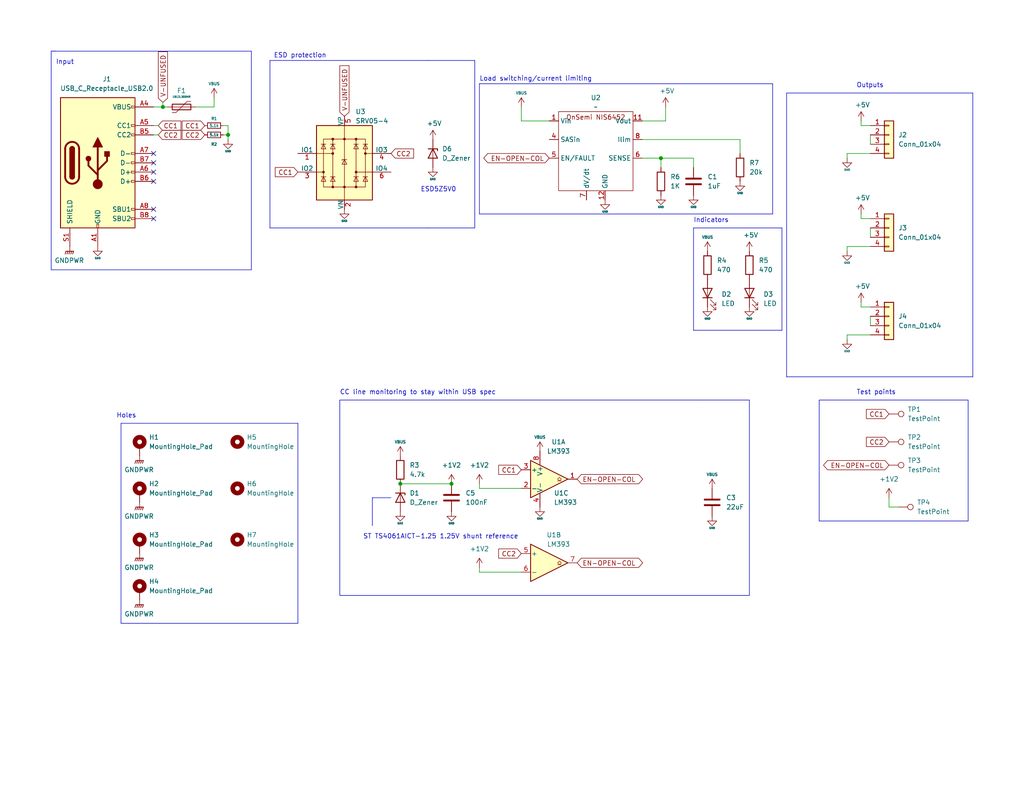
<source format=kicad_sch>
(kicad_sch (version 20231120) (generator "eeschema") (generator_version "8.0")
  (paper "A")
  (lib_symbols
    (symbol "Comparator:LM393" (pin_names (offset 0.127))
      (property "Reference" "U" (at 3.81 3.81 0))
      (property "Value" "LM393" (at 6.35 -3.81 0))
      (symbol "LM393_1_1"
        (polyline (pts (xy -5.08 5.08) (xy 5.08 0) (xy -5.08 -5.08) (xy -5.08 5.08)) (stroke (width 0.254)) (fill (type background)))
        (polyline (pts (xy 3.302 -0.508) (xy 2.794 -0.508) (xy 3.302 0) (xy 2.794 0.508) (xy 2.286 0) (xy 2.794 -0.508) (xy 2.286 -0.508)) (stroke (width 0.127)))
        (pin open_collector line (at 7.62 0 180) (length 2.54) (name "~") (number "1"))
        (pin input line (at -7.62 -2.54 0) (length 2.54) (name "-") (number "2"))
        (pin input line (at -7.62 2.54 0) (length 2.54) (name "+") (number "3"))
      )
      (symbol "LM393_2_1"
        (polyline (pts (xy -5.08 5.08) (xy 5.08 0) (xy -5.08 -5.08) (xy -5.08 5.08)) (stroke (width 0.254)) (fill (type background)))
        (polyline (pts (xy 3.302 -0.508) (xy 2.794 -0.508) (xy 3.302 0) (xy 2.794 0.508) (xy 2.286 0) (xy 2.794 -0.508) (xy 2.286 -0.508)) (stroke (width 0.127)))
        (pin input line (at -7.62 2.54 0) (length 2.54) (name "+") (number "5"))
        (pin input line (at -7.62 -2.54 0) (length 2.54) (name "-") (number "6"))
        (pin open_collector line (at 7.62 0 180) (length 2.54) (name "~") (number "7"))
      )
      (symbol "LM393_3_1"
        (pin power_in line (at -2.54 -7.62 90) (length 3.81) (name "V-") (number "4"))
        (pin power_in line (at -2.54 7.62 270) (length 3.81) (name "V+") (number "8"))
      )
    )
    (symbol "Connector:TestPoint" (pin_numbers hide) (pin_names (offset 0.762) hide)
      (property "Reference" "TP" (at 0 6.858 0))
      (property "Value" "TestPoint" (at 0 5.08 0))
      (symbol "TestPoint_0_1"
        (circle (center 0 3.302) (radius 0.762))
      )
      (symbol "TestPoint_1_1"
        (pin passive line (at 0 0 90) (length 2.54) (name "1") (number "1"))
      )
    )
    (symbol "Connector:USB_C_Receptacle_USB2.0" (pin_names (offset 1.016))
      (property "Reference" "J" (at -10.16 19.05 0))
      (property "Value" "USB_C_Receptacle_USB2.0" (at 19.05 19.05 0))
      (symbol "USB_C_Receptacle_USB2.0_0_0"
        (rectangle (start -0.254 -17.78) (end 0.254 -16.764))
        (rectangle (start 10.16 -14.986) (end 9.144 -15.494))
        (rectangle (start 10.16 -12.446) (end 9.144 -12.954))
        (rectangle (start 10.16 -4.826) (end 9.144 -5.334))
        (rectangle (start 10.16 -2.286) (end 9.144 -2.794))
        (rectangle (start 10.16 0.254) (end 9.144 -0.254))
        (rectangle (start 10.16 2.794) (end 9.144 2.286))
        (rectangle (start 10.16 7.874) (end 9.144 7.366))
        (rectangle (start 10.16 10.414) (end 9.144 9.906))
        (rectangle (start 10.16 15.494) (end 9.144 14.986))
      )
      (symbol "USB_C_Receptacle_USB2.0_0_1"
        (rectangle (start -10.16 17.78) (end 10.16 -17.78) (stroke (width 0.254)) (fill (type background)))
        (arc (start -8.89 -3.81) (mid -6.985 -5.7067) (end -5.08 -3.81) (stroke (width 0.508)))
        (arc (start -7.62 -3.81) (mid -6.985 -4.4423) (end -6.35 -3.81) (stroke (width 0.254)))
        (arc (start -7.62 -3.81) (mid -6.985 -4.4423) (end -6.35 -3.81) (stroke (width 0.254)) (fill (type outline)))
        (rectangle (start -7.62 -3.81) (end -6.35 3.81) (stroke (width 0.254)) (fill (type outline)))
        (arc (start -6.35 3.81) (mid -6.985 4.4423) (end -7.62 3.81) (stroke (width 0.254)))
        (arc (start -6.35 3.81) (mid -6.985 4.4423) (end -7.62 3.81) (stroke (width 0.254)) (fill (type outline)))
        (arc (start -5.08 3.81) (mid -6.985 5.7067) (end -8.89 3.81) (stroke (width 0.508)))
        (circle (center -2.54 1.143) (radius 0.635) (stroke (width 0.254)) (fill (type outline)))
        (circle (center 0 -5.842) (radius 1.27) (fill (type outline)))
        (polyline (pts (xy -8.89 -3.81) (xy -8.89 3.81)) (stroke (width 0.508)))
        (polyline (pts (xy -5.08 3.81) (xy -5.08 -3.81)) (stroke (width 0.508)))
        (polyline (pts (xy 0 -5.842) (xy 0 4.318)) (stroke (width 0.508)))
        (polyline (pts (xy 0 -3.302) (xy -2.54 -0.762) (xy -2.54 0.508)) (stroke (width 0.508)))
        (polyline (pts (xy 0 -2.032) (xy 2.54 0.508) (xy 2.54 1.778)) (stroke (width 0.508)))
        (polyline (pts (xy -1.27 4.318) (xy 0 6.858) (xy 1.27 4.318) (xy -1.27 4.318)) (stroke (width 0.254)) (fill (type outline)))
        (rectangle (start 1.905 1.778) (end 3.175 3.048) (stroke (width 0.254)) (fill (type outline)))
      )
      (symbol "USB_C_Receptacle_USB2.0_1_1"
        (pin passive line (at 0 -22.86 90) (length 5.08) (name "GND") (number "A1"))
        (pin passive line (at 0 -22.86 90) (length 5.08) hide (name "GND") (number "A12"))
        (pin passive line (at 15.24 15.24 180) (length 5.08) (name "VBUS") (number "A4"))
        (pin bidirectional line (at 15.24 10.16 180) (length 5.08) (name "CC1") (number "A5"))
        (pin bidirectional line (at 15.24 -2.54 180) (length 5.08) (name "D+") (number "A6"))
        (pin bidirectional line (at 15.24 2.54 180) (length 5.08) (name "D-") (number "A7"))
        (pin bidirectional line (at 15.24 -12.7 180) (length 5.08) (name "SBU1") (number "A8"))
        (pin passive line (at 15.24 15.24 180) (length 5.08) hide (name "VBUS") (number "A9"))
        (pin passive line (at 0 -22.86 90) (length 5.08) hide (name "GND") (number "B1"))
        (pin passive line (at 0 -22.86 90) (length 5.08) hide (name "GND") (number "B12"))
        (pin passive line (at 15.24 15.24 180) (length 5.08) hide (name "VBUS") (number "B4"))
        (pin bidirectional line (at 15.24 7.62 180) (length 5.08) (name "CC2") (number "B5"))
        (pin bidirectional line (at 15.24 -5.08 180) (length 5.08) (name "D+") (number "B6"))
        (pin bidirectional line (at 15.24 0 180) (length 5.08) (name "D-") (number "B7"))
        (pin bidirectional line (at 15.24 -15.24 180) (length 5.08) (name "SBU2") (number "B8"))
        (pin passive line (at 15.24 15.24 180) (length 5.08) hide (name "VBUS") (number "B9"))
        (pin passive line (at -7.62 -22.86 90) (length 5.08) (name "SHIELD") (number "S1"))
      )
    )
    (symbol "Connector_Generic:Conn_01x04" (pin_names (offset 1.016) hide)
      (property "Reference" "J" (at 0 5.08 0))
      (property "Value" "Conn_01x04" (at 0 -7.62 0))
      (symbol "Conn_01x04_1_1"
        (rectangle (start -1.27 -4.953) (end 0 -5.207) (stroke (width 0.1524)))
        (rectangle (start -1.27 -2.413) (end 0 -2.667) (stroke (width 0.1524)))
        (rectangle (start -1.27 0.127) (end 0 -0.127) (stroke (width 0.1524)))
        (rectangle (start -1.27 2.667) (end 0 2.413) (stroke (width 0.1524)))
        (rectangle (start -1.27 3.81) (end 1.27 -6.35) (stroke (width 0.254)) (fill (type background)))
        (pin passive line (at -5.08 2.54 0) (length 3.81) (name "Pin_1") (number "1"))
        (pin passive line (at -5.08 0 0) (length 3.81) (name "Pin_2") (number "2"))
        (pin passive line (at -5.08 -2.54 0) (length 3.81) (name "Pin_3") (number "3"))
        (pin passive line (at -5.08 -5.08 0) (length 3.81) (name "Pin_4") (number "4"))
      )
    )
    (symbol "Device:C" (pin_numbers hide) (pin_names (offset 0.254))
      (property "Reference" "C" (at 0.635 2.54 0))
      (property "Value" "C" (at 0.635 -2.54 0))
      (symbol "C_0_1"
        (polyline (pts (xy -2.032 -0.762) (xy 2.032 -0.762)) (stroke (width 0.508)))
        (polyline (pts (xy -2.032 0.762) (xy 2.032 0.762)) (stroke (width 0.508)))
      )
      (symbol "C_1_1"
        (pin passive line (at 0 3.81 270) (length 2.794) (name "~") (number "1"))
        (pin passive line (at 0 -3.81 90) (length 2.794) (name "~") (number "2"))
      )
    )
    (symbol "Device:D_Zener" (pin_numbers hide) (pin_names (offset 1.016) hide)
      (property "Reference" "D" (at 0 2.54 0))
      (property "Value" "D_Zener" (at 0 -2.54 0))
      (symbol "D_Zener_0_1"
        (polyline (pts (xy 1.27 0) (xy -1.27 0)))
        (polyline (pts (xy -1.27 -1.27) (xy -1.27 1.27) (xy -0.762 1.27)) (stroke (width 0.254)))
        (polyline (pts (xy 1.27 -1.27) (xy 1.27 1.27) (xy -1.27 0) (xy 1.27 -1.27)) (stroke (width 0.254)))
      )
      (symbol "D_Zener_1_1"
        (pin passive line (at -3.81 0 0) (length 2.54) (name "K") (number "1"))
        (pin passive line (at 3.81 0 180) (length 2.54) (name "A") (number "2"))
      )
    )
    (symbol "Device:LED" (pin_numbers hide) (pin_names (offset 1.016) hide)
      (property "Reference" "D" (at 0 2.54 0))
      (property "Value" "LED" (at 0 -2.54 0))
      (symbol "LED_0_1"
        (polyline (pts (xy -1.27 -1.27) (xy -1.27 1.27)) (stroke (width 0.254)))
        (polyline (pts (xy -1.27 0) (xy 1.27 0)))
        (polyline (pts (xy 1.27 -1.27) (xy 1.27 1.27) (xy -1.27 0) (xy 1.27 -1.27)) (stroke (width 0.254)))
        (polyline (pts (xy -3.048 -0.762) (xy -4.572 -2.286) (xy -3.81 -2.286) (xy -4.572 -2.286) (xy -4.572 -1.524)))
        (polyline (pts (xy -1.778 -0.762) (xy -3.302 -2.286) (xy -2.54 -2.286) (xy -3.302 -2.286) (xy -3.302 -1.524)))
      )
      (symbol "LED_1_1"
        (pin passive line (at -3.81 0 0) (length 2.54) (name "K") (number "1"))
        (pin passive line (at 3.81 0 180) (length 2.54) (name "A") (number "2"))
      )
    )
    (symbol "Device:Polyfuse" (pin_numbers hide) (pin_names (offset 0))
      (property "Reference" "F" (at -2.54 0 90))
      (property "Value" "Polyfuse" (at 2.54 0 90))
      (symbol "Polyfuse_0_1"
        (rectangle (start -0.762 2.54) (end 0.762 -2.54) (stroke (width 0.254)))
        (polyline (pts (xy 0 2.54) (xy 0 -2.54)))
        (polyline (pts (xy -1.524 2.54) (xy -1.524 1.524) (xy 1.524 -1.524) (xy 1.524 -2.54)))
      )
      (symbol "Polyfuse_1_1"
        (pin passive line (at 0 3.81 270) (length 1.27) (name "~") (number "1"))
        (pin passive line (at 0 -3.81 90) (length 1.27) (name "~") (number "2"))
      )
    )
    (symbol "Device:R" (pin_numbers hide) (pin_names (offset 0))
      (property "Reference" "R" (at 2.032 0 90))
      (property "Value" "R" (at 0 0 90))
      (symbol "R_0_1"
        (rectangle (start -1.016 -2.54) (end 1.016 2.54) (stroke (width 0.254)))
      )
      (symbol "R_1_1"
        (pin passive line (at 0 3.81 270) (length 1.27) (name "~") (number "1"))
        (pin passive line (at 0 -3.81 90) (length 1.27) (name "~") (number "2"))
      )
    )
    (symbol "Device:R_Small" (pin_numbers hide) (pin_names (offset 0.254) hide)
      (property "Reference" "R" (at 0.762 0.508 0))
      (property "Value" "R_Small" (at 0.762 -1.016 0))
      (symbol "R_Small_0_1"
        (rectangle (start -0.762 1.778) (end 0.762 -1.778) (stroke (width 0.2032)))
      )
      (symbol "R_Small_1_1"
        (pin passive line (at 0 2.54 270) (length 0.762) (name "~") (number "1"))
        (pin passive line (at 0 -2.54 90) (length 0.762) (name "~") (number "2"))
      )
    )
    (symbol "Mechanical:MountingHole" (pin_names (offset 1.016))
      (property "Reference" "H" (at 0 5.08 0))
      (property "Value" "MountingHole" (at 0 3.175 0))
      (symbol "MountingHole_0_1"
        (circle (center 0 0) (radius 1.27) (stroke (width 1.27)))
      )
    )
    (symbol "Mechanical:MountingHole_Pad" (pin_numbers hide) (pin_names (offset 1.016) hide)
      (property "Reference" "H" (at 0 6.35 0))
      (property "Value" "MountingHole_Pad" (at 0 4.445 0))
      (symbol "MountingHole_Pad_0_1"
        (circle (center 0 1.27) (radius 1.27) (stroke (width 1.27)))
      )
      (symbol "MountingHole_Pad_1_1"
        (pin input line (at 0 -2.54 90) (length 2.54) (name "1") (number "1"))
      )
    )
    (symbol "Power_Protection:SRV05-4" (pin_names (offset 0))
      (property "Reference" "U" (at -5.08 11.43 0))
      (property "Value" "SRV05-4" (at 2.54 11.43 0))
      (symbol "SRV05-4_0_0"
        (rectangle (start -5.715 6.477) (end 5.715 -6.604))
        (polyline (pts (xy -3.175 -6.604) (xy -3.175 6.477)))
        (polyline (pts (xy 3.175 6.477) (xy 3.175 -6.604)))
      )
      (symbol "SRV05-4_0_1"
        (rectangle (start -7.62 10.16) (end 7.62 -10.16) (stroke (width 0.254)) (fill (type background)))
        (circle (center -5.715 -2.54) (radius 0.2794) (fill (type outline)))
        (circle (center -3.175 -6.604) (radius 0.2794) (fill (type outline)))
        (circle (center -3.175 2.54) (radius 0.2794) (fill (type outline)))
        (circle (center -3.175 6.477) (radius 0.2794) (fill (type outline)))
        (circle (center 0 -6.604) (radius 0.2794) (fill (type outline)))
        (polyline (pts (xy -7.747 2.54) (xy -3.175 2.54)))
        (polyline (pts (xy -7.62 -2.54) (xy -5.715 -2.54)))
        (polyline (pts (xy -5.08 -3.81) (xy -6.35 -3.81)))
        (polyline (pts (xy -5.08 5.08) (xy -6.35 5.08)))
        (polyline (pts (xy -2.54 -3.81) (xy -3.81 -3.81)))
        (polyline (pts (xy -2.54 5.08) (xy -3.81 5.08)))
        (polyline (pts (xy 0 10.16) (xy 0 -10.16)))
        (polyline (pts (xy 3.81 -3.81) (xy 2.54 -3.81)))
        (polyline (pts (xy 3.81 5.08) (xy 2.54 5.08)))
        (polyline (pts (xy 6.35 -3.81) (xy 5.08 -3.81)))
        (polyline (pts (xy 6.35 5.08) (xy 5.08 5.08)))
        (polyline (pts (xy 7.62 -2.54) (xy 3.175 -2.54)))
        (polyline (pts (xy 7.62 2.54) (xy 5.715 2.54)))
        (polyline (pts (xy 0.635 0.889) (xy -0.635 0.889) (xy -0.635 0.635)))
        (polyline (pts (xy -5.08 -5.08) (xy -6.35 -5.08) (xy -5.715 -3.81) (xy -5.08 -5.08)))
        (polyline (pts (xy -5.08 3.81) (xy -6.35 3.81) (xy -5.715 5.08) (xy -5.08 3.81)))
        (polyline (pts (xy -2.54 -5.08) (xy -3.81 -5.08) (xy -3.175 -3.81) (xy -2.54 -5.08)))
        (polyline (pts (xy -2.54 3.81) (xy -3.81 3.81) (xy -3.175 5.08) (xy -2.54 3.81)))
        (polyline (pts (xy 0.635 -0.381) (xy -0.635 -0.381) (xy 0 0.889) (xy 0.635 -0.381)))
        (polyline (pts (xy 3.81 -5.08) (xy 2.54 -5.08) (xy 3.175 -3.81) (xy 3.81 -5.08)))
        (polyline (pts (xy 3.81 3.81) (xy 2.54 3.81) (xy 3.175 5.08) (xy 3.81 3.81)))
        (polyline (pts (xy 6.35 -5.08) (xy 5.08 -5.08) (xy 5.715 -3.81) (xy 6.35 -5.08)))
        (polyline (pts (xy 6.35 3.81) (xy 5.08 3.81) (xy 5.715 5.08) (xy 6.35 3.81)))
        (circle (center 0 6.477) (radius 0.2794) (fill (type outline)))
        (circle (center 3.175 -6.604) (radius 0.2794) (fill (type outline)))
        (circle (center 3.175 -2.54) (radius 0.2794) (fill (type outline)))
        (circle (center 3.175 6.477) (radius 0.2794) (fill (type outline)))
        (circle (center 5.715 2.54) (radius 0.2794) (fill (type outline)))
      )
      (symbol "SRV05-4_1_1"
        (pin passive line (at -12.7 2.54 0) (length 5.08) (name "IO1") (number "1"))
        (pin passive line (at 0 -12.7 90) (length 2.54) (name "VN") (number "2"))
        (pin passive line (at -12.7 -2.54 0) (length 5.08) (name "IO2") (number "3"))
        (pin passive line (at 12.7 2.54 180) (length 5.08) (name "IO3") (number "4"))
        (pin passive line (at 0 12.7 270) (length 2.54) (name "VP") (number "5"))
        (pin passive line (at 12.7 -2.54 180) (length 5.08) (name "IO4") (number "6"))
      )
    )
    (symbol "USB-C-3-way-splitter-library:OnSemi-NIS6452"
      (property "Reference" "U" (at -3.81 10.668 0))
      (symbol "OnSemi-NIS6452_0_1"
        (rectangle (start -10.16 8.89) (end 10.16 -12.7))
      )
      (symbol "OnSemi-NIS6452_1_1"
        (text "OnSemi NIS6452" (at 0 7.366 0) (effects (font (size 1.27 1.27))))
        (pin input line (at -12.7 6.35 0) (length 2.54) (name "Vin") (number "1"))
        (pin output line (at 12.7 6.35 180) (length 2.54) hide (name "Vout") (number "10"))
        (pin output line (at 12.7 6.35 180) (length 2.54) (name "Vout") (number "11"))
        (pin power_in line (at 2.54 -15.24 90) (length 2.54) (name "GND") (number "12"))
        (pin power_in line (at 2.54 -15.24 90) (length 2.54) hide (name "GND") (number "13"))
        (pin input line (at -12.7 6.35 0) (length 2.54) hide (name "Vin") (number "2"))
        (pin input line (at -12.7 6.35 0) (length 2.54) hide (name "Vin") (number "3"))
        (pin input line (at -12.7 1.27 0) (length 2.54) (name "SASin") (number "4"))
        (pin input line (at -12.7 -3.81 0) (length 2.54) (name "EN/FAULT") (number "5"))
        (pin input line (at 12.7 -3.81 180) (length 2.54) (name "SENSE") (number "6"))
        (pin input line (at -2.54 -15.24 90) (length 2.54) (name "dV/dt") (number "7"))
        (pin input line (at 12.7 1.27 180) (length 2.54) (name "Ilim") (number "8"))
        (pin output line (at 12.7 6.35 180) (length 2.54) hide (name "Vout") (number "9"))
      )
    )
    (symbol "power:+1V2" (power) (pin_names (offset 0))
      (property "Value" "+1V2" (at 0 3.556 0))
      (symbol "+1V2_0_1"
        (polyline (pts (xy -0.762 1.27) (xy 0 2.54)))
        (polyline (pts (xy 0 0) (xy 0 2.54)))
        (polyline (pts (xy 0 2.54) (xy 0.762 1.27)))
      )
      (symbol "+1V2_1_1"
        (pin power_in line (at 0 0 90) (length 0) hide (name "+1V2") (number "1"))
      )
    )
    (symbol "power:+5V" (power) (pin_names (offset 0))
      (property "Value" "+5V" (at 0 3.556 0))
      (symbol "+5V_0_1"
        (polyline (pts (xy -0.762 1.27) (xy 0 2.54)))
        (polyline (pts (xy 0 0) (xy 0 2.54)))
        (polyline (pts (xy 0 2.54) (xy 0.762 1.27)))
      )
      (symbol "+5V_1_1"
        (pin power_in line (at 0 0 90) (length 0) hide (name "+5V") (number "1"))
      )
    )
    (symbol "power:GND" (power) (pin_names (offset 0))
      (property "Value" "GND" (at 0 -3.81 0))
      (symbol "GND_0_1"
        (polyline (pts (xy 0 0) (xy 0 -1.27) (xy 1.27 -1.27) (xy 0 -2.54) (xy -1.27 -1.27) (xy 0 -1.27)))
      )
      (symbol "GND_1_1"
        (pin power_in line (at 0 0 270) (length 0) hide (name "GND") (number "1"))
      )
    )
    (symbol "power:GNDPWR" (power) (pin_names (offset 0))
      (property "Value" "GNDPWR" (at 0 -3.302 0))
      (symbol "GNDPWR_0_1"
        (polyline (pts (xy 0 -1.27) (xy 0 0)))
        (polyline (pts (xy -1.016 -1.27) (xy -1.27 -2.032) (xy -1.27 -2.032)) (stroke (width 0.2032)))
        (polyline (pts (xy -0.508 -1.27) (xy -0.762 -2.032) (xy -0.762 -2.032)) (stroke (width 0.2032)))
        (polyline (pts (xy 0 -1.27) (xy -0.254 -2.032) (xy -0.254 -2.032)) (stroke (width 0.2032)))
        (polyline (pts (xy 0.508 -1.27) (xy 0.254 -2.032) (xy 0.254 -2.032)) (stroke (width 0.2032)))
        (polyline (pts (xy 1.016 -1.27) (xy -1.016 -1.27) (xy -1.016 -1.27)) (stroke (width 0.2032)))
        (polyline (pts (xy 1.016 -1.27) (xy 0.762 -2.032) (xy 0.762 -2.032) (xy 0.762 -2.032)) (stroke (width 0.2032)))
      )
      (symbol "GNDPWR_1_1"
        (pin power_in line (at 0 0 270) (length 0) hide (name "GNDPWR") (number "1"))
      )
    )
    (symbol "power:VBUS" (power) (pin_names (offset 0))
      (property "Value" "VBUS" (at 0 3.81 0))
      (symbol "VBUS_0_1"
        (polyline (pts (xy -0.762 1.27) (xy 0 2.54)))
        (polyline (pts (xy 0 0) (xy 0 2.54)))
        (polyline (pts (xy 0 2.54) (xy 0.762 1.27)))
      )
      (symbol "VBUS_1_1"
        (pin power_in line (at 0 0 90) (length 0) hide (name "VBUS") (number "1"))
      )
    )
  )
  (junction (at 62.23 36.83))
  (junction (at 123.19 132.08))
  (junction (at 109.22 132.08))
  (junction (at 180.34 43.18))
  (junction (at 44.45 29.21))
  (no_connect (at 41.91 44.45))
  (no_connect (at 41.91 41.91))
  (no_connect (at 41.91 49.53))
  (no_connect (at 41.91 46.99))
  (no_connect (at 41.91 59.69))
  (no_connect (at 41.91 57.15))
  (wire (pts (xy 237.49 36.83) (xy 237.49 39.37)))
  (polyline (pts (xy 214.63 25.4) (xy 214.63 102.87)))
  (polyline (pts (xy 33.02 115.57) (xy 81.28 115.57)))
  (polyline (pts (xy 214.63 25.4) (xy 265.43 25.4)))
  (polyline (pts (xy 204.47 109.22) (xy 204.47 162.56)))
  (polyline (pts (xy 92.71 109.22) (xy 191.77 109.22)))
  (polyline (pts (xy 101.6 135.89) (xy 106.68 135.89)))
  (polyline (pts (xy 213.36 62.23) (xy 213.36 90.17)))
  (wire (pts (xy 142.24 133.35) (xy 130.81 133.35)))
  (polyline (pts (xy 130.81 22.86) (xy 130.81 58.42)))
  (polyline (pts (xy 68.58 13.97) (xy 68.58 19.05)))
  (polyline (pts (xy 116.84 16.51) (xy 129.54 16.51)))
  (polyline (pts (xy 210.82 58.42) (xy 130.81 58.42)))
  (polyline (pts (xy 73.66 16.51) (xy 73.66 62.23)))
  (polyline (pts (xy 33.02 170.18) (xy 81.28 170.18)))
  (polyline (pts (xy 13.97 13.97) (xy 68.58 13.97)))
  (polyline (pts (xy 191.77 109.22) (xy 204.47 109.22)))
  (wire (pts (xy 60.96 34.29) (xy 62.23 34.29)))
  (wire (pts (xy 231.14 91.44) (xy 231.14 92.71)))
  (wire (pts (xy 242.57 138.43) (xy 245.11 138.43)))
  (wire (pts (xy 130.81 133.35) (xy 130.81 132.08)))
  (polyline (pts (xy 210.82 22.86) (xy 210.82 58.42)))
  (polyline (pts (xy 13.97 13.97) (xy 15.24 13.97)))
  (wire (pts (xy 109.22 132.08) (xy 123.19 132.08)))
  (polyline (pts (xy 73.66 16.51) (xy 116.84 16.51)))
  (wire (pts (xy 41.91 34.29) (xy 43.18 34.29)))
  (polyline (pts (xy 223.52 109.22) (xy 264.16 109.22)))
  (wire (pts (xy 181.61 33.02) (xy 181.61 29.21)))
  (polyline (pts (xy 191.77 162.56) (xy 204.47 162.56)))
  (polyline (pts (xy 265.43 25.4) (xy 265.43 102.87)))
  (wire (pts (xy 231.14 91.44) (xy 237.49 91.44)))
  (polyline (pts (xy 101.6 143.51) (xy 101.6 135.89)))
  (polyline (pts (xy 13.97 19.05) (xy 13.97 73.66)))
  (polyline (pts (xy 129.54 62.23) (xy 116.84 62.23)))
  (polyline (pts (xy 68.58 73.66) (xy 13.97 73.66)))
  (wire (pts (xy 231.14 41.91) (xy 231.14 43.18)))
  (wire (pts (xy 142.24 156.21) (xy 130.81 156.21)))
  (polyline (pts (xy 92.71 109.22) (xy 92.71 162.56)))
  (wire (pts (xy 175.26 43.18) (xy 180.34 43.18)))
  (wire (pts (xy 175.26 33.02) (xy 181.61 33.02)))
  (wire (pts (xy 237.49 86.36) (xy 237.49 88.9)))
  (wire (pts (xy 231.14 67.31) (xy 231.14 68.58)))
  (polyline (pts (xy 189.23 62.23) (xy 189.23 90.17)))
  (wire (pts (xy 130.81 156.21) (xy 130.81 154.94)))
  (wire (pts (xy 237.49 59.69) (xy 234.95 59.69)))
  (wire (pts (xy 237.49 83.82) (xy 234.95 83.82)))
  (wire (pts (xy 41.91 29.21) (xy 44.45 29.21)))
  (wire (pts (xy 175.26 38.1) (xy 201.93 38.1)))
  (wire (pts (xy 234.95 83.82) (xy 234.95 82.55)))
  (wire (pts (xy 62.23 34.29) (xy 62.23 36.83)))
  (polyline (pts (xy 189.23 62.23) (xy 213.36 62.23)))
  (wire (pts (xy 58.42 26.67) (xy 58.42 29.21)))
  (wire (pts (xy 60.96 36.83) (xy 62.23 36.83)))
  (wire (pts (xy 201.93 38.1) (xy 201.93 41.91)))
  (wire (pts (xy 234.95 59.69) (xy 234.95 58.42)))
  (wire (pts (xy 189.23 45.72) (xy 189.23 43.18)))
  (polyline (pts (xy 191.77 162.56) (xy 92.71 162.56)))
  (polyline (pts (xy 73.66 62.23) (xy 116.84 62.23)))
  (wire (pts (xy 142.24 33.02) (xy 142.24 29.21)))
  (wire (pts (xy 44.45 27.94) (xy 44.45 29.21)))
  (wire (pts (xy 44.45 29.21) (xy 45.72 29.21)))
  (wire (pts (xy 231.14 67.31) (xy 237.49 67.31)))
  (polyline (pts (xy 223.52 109.22) (xy 223.52 142.24)))
  (wire (pts (xy 149.86 33.02) (xy 142.24 33.02)))
  (wire (pts (xy 41.91 36.83) (xy 43.18 36.83)))
  (polyline (pts (xy 13.97 19.05) (xy 13.97 13.97)))
  (wire (pts (xy 180.34 43.18) (xy 180.34 45.72)))
  (polyline (pts (xy 129.54 16.51) (xy 129.54 62.23)))
  (polyline (pts (xy 264.16 142.24) (xy 223.52 142.24)))
  (polyline (pts (xy 265.43 102.87) (xy 214.63 102.87)))
  (wire (pts (xy 242.57 135.89) (xy 242.57 138.43)))
  (polyline (pts (xy 68.58 19.05) (xy 68.58 73.66)))
  (wire (pts (xy 234.95 34.29) (xy 234.95 33.02)))
  (polyline (pts (xy 81.28 170.18) (xy 81.28 115.57)))
  (polyline (pts (xy 33.02 115.57) (xy 33.02 170.18)))
  (wire (pts (xy 237.49 34.29) (xy 234.95 34.29)))
  (wire (pts (xy 231.14 41.91) (xy 237.49 41.91)))
  (wire (pts (xy 58.42 29.21) (xy 53.34 29.21)))
  (wire (pts (xy 237.49 62.23) (xy 237.49 64.77)))
  (wire (pts (xy 189.23 43.18) (xy 180.34 43.18)))
  (polyline (pts (xy 130.81 22.86) (xy 210.82 22.86)))
  (wire (pts (xy 62.23 36.83) (xy 62.23 38.1)))
  (polyline (pts (xy 264.16 109.22) (xy 264.16 142.24)))
  (polyline (pts (xy 213.36 90.17) (xy 189.23 90.17)))
  (text "ESD protection" (at 74.676 16.002 0) (effects (font (size 1.27 1.27)) (justify left bottom)))
  (text "ST TS4061AICT-1.25 1.25V shunt reference" (at 99.06 147.32 0) (effects (font (size 1.27 1.27)) (justify left bottom)))
  (text "Input" (at 15.24 17.78 0) (effects (font (size 1.27 1.27)) (justify left bottom)))
  (text "CC line monitoring to stay within USB spec" (at 92.71 107.95 0) (effects (font (size 1.27 1.27)) (justify left bottom)))
  (text "Indicators" (at 189.23 60.96 0) (effects (font (size 1.27 1.27)) (justify left bottom)))
  (text "ESD5Z5V0" (at 119.634 51.816 0) (effects (font (size 1.27 1.27))))
  (text "Outputs" (at 233.68 24.13 0) (effects (font (size 1.27 1.27)) (justify left bottom)))
  (text "Load switching/current limiting" (at 130.81 22.352 0) (effects (font (size 1.27 1.27)) (justify left bottom)))
  (text "Test points" (at 233.68 107.95 0) (effects (font (size 1.27 1.27)) (justify left bottom)))
  (text "Holes" (at 31.75 114.3 0) (effects (font (size 1.27 1.27)) (justify left bottom)))
  (global_label "V-UNFUSED" (shape input) (at 44.45 27.94 90) (property "Intersheetrefs" "${INTERSHEET_REFS}" (effects (hide yes))))
  (global_label "EN-OPEN-COL" (shape bidirectional) (at 149.86 43.18 180) (property "Intersheetrefs" "${INTERSHEET_REFS}" (effects (hide yes))))
  (global_label "CC1" (shape input) (at 81.28 46.99 180) (property "Intersheetrefs" "${INTERSHEET_REFS}" (effects (hide yes))))
  (global_label "EN-OPEN-COL" (shape bidirectional) (at 157.48 130.81 0) (property "Intersheetrefs" "${INTERSHEET_REFS}" (effects (hide yes))))
  (global_label "CC2" (shape input) (at 43.18 36.83 0) (property "Intersheetrefs" "${INTERSHEET_REFS}" (effects (hide yes))))
  (global_label "CC1" (shape input) (at 43.18 34.29 0) (property "Intersheetrefs" "${INTERSHEET_REFS}" (effects (hide yes))))
  (global_label "CC2" (shape input) (at 142.24 151.13 180) (property "Intersheetrefs" "${INTERSHEET_REFS}" (effects (hide yes))))
  (global_label "CC1" (shape input) (at 242.57 113.03 180) (property "Intersheetrefs" "${INTERSHEET_REFS}" (effects (hide yes))))
  (global_label "CC2" (shape input) (at 55.88 36.83 180) (property "Intersheetrefs" "${INTERSHEET_REFS}" (effects (hide yes))))
  (global_label "EN-OPEN-COL" (shape bidirectional) (at 157.48 153.67 0) (property "Intersheetrefs" "${INTERSHEET_REFS}" (effects (hide yes))))
  (global_label "EN-OPEN-COL" (shape bidirectional) (at 242.57 127 180) (property "Intersheetrefs" "${INTERSHEET_REFS}" (effects (hide yes))))
  (global_label "CC2" (shape input) (at 106.68 41.91 0) (property "Intersheetrefs" "${INTERSHEET_REFS}" (effects (hide yes))))
  (global_label "CC2" (shape input) (at 242.57 120.65 180) (property "Intersheetrefs" "${INTERSHEET_REFS}" (effects (hide yes))))
  (global_label "CC1" (shape input) (at 142.24 128.27 180) (property "Intersheetrefs" "${INTERSHEET_REFS}" (effects (hide yes))))
  (global_label "CC1" (shape input) (at 55.88 34.29 180) (property "Intersheetrefs" "${INTERSHEET_REFS}" (effects (hide yes))))
  (global_label "V-UNFUSED" (shape input) (at 93.98 31.75 90) (property "Intersheetrefs" "${INTERSHEET_REFS}" (effects (hide yes))))
  (symbol (lib_id "Connector:TestPoint") (at 245.11 138.43 270) (unit 1)
    (property "Reference" "TP4" (at 250.19 137.16 90) (effects (justify left)))
    (property "Value" "TestPoint" (at 250.19 139.7 90) (effects (justify left)))
    (property "Footprint" "TestPoint:TestPoint_Pad_D2.5mm" (effects (hide yes)))
  )
  (symbol (lib_id "Mechanical:MountingHole_Pad") (at 38.1 161.29 0) (unit 1)
    (property "Reference" "H4" (at 40.64 158.75 0) (effects (justify left)))
    (property "Value" "MountingHole_Pad" (at 40.64 161.29 0) (effects (justify left)))
    (property "Footprint" "MountingHole:MountingHole_3.2mm_M3_ISO7380_Pad" (effects (hide yes)))
  )
  (symbol (lib_id "power:+5V") (at 234.95 33.02 0) (unit 1)
    (property "Reference" "#PWR08" (effects (hide yes)))
    (property "Value" "+5V" (at 235.331 28.6258 0))
  )
  (symbol (lib_id "power:GNDPWR") (at 38.1 163.83 0) (unit 1)
    (property "Reference" "#PWR032" (effects (hide yes)))
    (property "Value" "GNDPWR" (at 37.973 167.64 0))
  )
  (symbol (lib_id "power:GND") (at 93.98 57.15 0) (unit 1)
    (property "Reference" "#PWR06" (effects (hide yes)))
    (property "Value" "GND" (at 93.98 60.325 0) (effects (font (size 0.508 0.508))))
  )
  (symbol (lib_id "Comparator:LM393") (at 149.86 130.81 0) (unit 3)
    (property "Reference" "U1" (at 151.13 134.62 0) (effects (justify left)))
    (property "Value" "LM393" (at 151.13 137.16 0) (effects (justify left)))
    (property "Footprint" "Package_SO:SOIC-8_3.9x4.9mm_P1.27mm" (effects (hide yes)))
    (property "Datasheet" "http://www.ti.com/lit/ds/symlink/lm393.pdf" (effects (hide yes)))
  )
  (symbol (lib_id "power:GND") (at 62.23 38.1 0) (unit 1)
    (property "Reference" "#PWR060" (effects (hide yes)))
    (property "Value" "GND" (at 62.23 41.275 0) (effects (font (size 0.508 0.508))))
  )
  (symbol (lib_id "power:VBUS") (at 142.24 29.21 0) (unit 1)
    (property "Reference" "#PWR05" (effects (hide yes)))
    (property "Value" "VBUS" (at 142.24 25.4 0) (effects (font (size 0.762 0.762))))
  )
  (symbol (lib_id "power:+1V2") (at 130.81 132.08 0) (unit 1)
    (property "Reference" "#PWR023" (effects (hide yes)))
    (property "Value" "+1V2" (at 130.81 127 0))
  )
  (symbol (lib_id "Power_Protection:SRV05-4") (at 93.98 44.45 0) (unit 1)
    (property "Reference" "U3" (at 96.9965 30.48 0) (effects (justify left)))
    (property "Value" "SRV05-4" (at 96.9965 33.02 0) (effects (justify left)))
    (property "Footprint" "Package_TO_SOT_SMD:SOT-23-6" (effects (hide yes)))
    (property "Datasheet" "http://www.onsemi.com/pub/Collateral/SRV05-4-D.PDF" (effects (hide yes)))
    (property "Description" "ESD Protection Diodes with Low Clamping Voltage, SOT-23-6" (effects (hide yes)))
  )
  (symbol (lib_id "power:GND") (at 26.67 67.31 0) (unit 1)
    (property "Reference" "#PWR034" (effects (hide yes)))
    (property "Value" "GND" (at 26.67 70.485 0) (effects (font (size 0.508 0.508))))
  )
  (symbol (lib_id "power:+5V") (at 234.95 82.55 0) (unit 1)
    (property "Reference" "#PWR027" (effects (hide yes)))
    (property "Value" "+5V" (at 235.331 78.1558 0))
  )
  (symbol (lib_id "Device:C") (at 189.23 49.53 0) (unit 1)
    (property "Reference" "C1" (at 193.04 48.26 0) (effects (justify left)))
    (property "Value" "1uF" (at 193.04 50.8 0) (effects (justify left)))
    (property "Footprint" "Capacitor_SMD:C_0805_2012Metric_Pad1.18x1.45mm_HandSolder" (effects (hide yes)))
  )
  (symbol (lib_id "power:+1V2") (at 242.57 135.89 0) (unit 1)
    (property "Reference" "#PWR040" (effects (hide yes)))
    (property "Value" "+1V2" (at 242.57 130.81 0))
  )
  (symbol (lib_id "power:VBUS") (at 194.31 133.35 0) (unit 1)
    (property "Reference" "#PWR033" (effects (hide yes)))
    (property "Value" "VBUS" (at 194.31 129.54 0) (effects (font (size 0.762 0.762))))
  )
  (symbol (lib_id "power:GND") (at 193.04 83.82 0) (unit 1)
    (property "Reference" "#PWR016" (effects (hide yes)))
    (property "Value" "GND" (at 193.04 86.995 0) (effects (font (size 0.508 0.508))))
  )
  (symbol (lib_id "power:+1V2") (at 130.81 154.94 0) (unit 1)
    (property "Reference" "#PWR024" (effects (hide yes)))
    (property "Value" "+1V2" (at 130.81 149.86 0))
  )
  (symbol (lib_id "power:GND") (at 147.32 138.43 0) (unit 1)
    (property "Reference" "#PWR021" (effects (hide yes)))
    (property "Value" "GND" (at 147.32 141.605 0) (effects (font (size 0.508 0.508))))
  )
  (symbol (lib_id "Mechanical:MountingHole") (at 64.77 147.32 0) (unit 1)
    (property "Reference" "H7" (at 67.31 146.05 0) (effects (justify left)))
    (property "Value" "MountingHole" (at 67.31 148.59 0) (effects (justify left)))
    (property "Footprint" "USB-C-3-way-splitter-footprints:JLCPCB-tooling-hole" (effects (hide yes)))
  )
  (symbol (lib_id "Device:R") (at 193.04 72.39 0) (unit 1)
    (property "Reference" "R4" (at 195.58 71.1199 0) (effects (justify left)))
    (property "Value" "470" (at 195.58 73.6599 0) (effects (justify left)))
    (property "Footprint" "Resistor_SMD:R_0805_2012Metric_Pad1.20x1.40mm_HandSolder" (effects (hide yes)))
  )
  (symbol (lib_id "Connector:USB_C_Receptacle_USB2.0") (at 26.67 44.45 0) (unit 1)
    (property "Reference" "J1" (at 29.1465 21.59 0))
    (property "Value" "USB_C_Receptacle_USB2.0" (at 29.1465 24.13 0))
    (property "Footprint" "Connector_USB:USB_C_Receptacle_HRO_TYPE-C-31-M-12" (effects (hide yes)))
    (property "Datasheet" "https://www.usb.org/sites/default/files/documents/usb_type-c.zip" (effects (hide yes)))
    (property "LCSC" "C165948" (effects (hide yes)))
  )
  (symbol (lib_id "power:GND") (at 231.14 92.71 0) (unit 1)
    (property "Reference" "#PWR013" (effects (hide yes)))
    (property "Value" "GND" (at 231.14 95.885 0) (effects (font (size 0.508 0.508))))
  )
  (symbol (lib_id "Connector_Generic:Conn_01x04") (at 242.57 36.83 0) (unit 1)
    (property "Reference" "J2" (at 245.11 36.8299 0) (effects (justify left)))
    (property "Value" "Conn_01x04" (at 245.11 39.3699 0) (effects (justify left)))
    (property "Footprint" "Connector_PinHeader_2.00mm:PinHeader_1x04_P2.00mm_Vertical" (effects (hide yes)))
    (property "Description" "Generic connector, single row, 01x04, script generated (kicad-library-utils/schlib/autogen/connector/)" (effects (hide yes)))
  )
  (symbol (lib_id "power:GND") (at 165.1 54.61 0) (unit 1)
    (property "Reference" "#PWR01" (effects (hide yes)))
    (property "Value" "GND" (at 165.1 57.785 0) (effects (font (size 0.508 0.508))))
  )
  (symbol (lib_id "Device:D_Zener") (at 109.22 135.89 270) (unit 1)
    (property "Reference" "D1" (at 111.76 134.62 90) (effects (justify left)))
    (property "Value" "D_Zener" (at 111.76 137.16 90) (effects (justify left)))
    (property "Footprint" "Package_TO_SOT_SMD:SOT-323_SC-70_Handsoldering" (effects (hide yes)))
  )
  (symbol (lib_id "power:GNDPWR") (at 38.1 137.16 0) (unit 1)
    (property "Reference" "#PWR030" (effects (hide yes)))
    (property "Value" "GNDPWR" (at 37.973 140.97 0))
  )
  (symbol (lib_id "Connector:TestPoint") (at 242.57 127 270) (unit 1)
    (property "Reference" "TP3" (at 247.65 125.73 90) (effects (justify left)))
    (property "Value" "TestPoint" (at 247.65 128.27 90) (effects (justify left)))
    (property "Footprint" "TestPoint:TestPoint_Pad_D2.5mm" (effects (hide yes)))
  )
  (symbol (lib_id "power:GND") (at 194.31 140.97 0) (unit 1)
    (property "Reference" "#PWR035" (effects (hide yes)))
    (property "Value" "GND" (at 194.31 144.145 0) (effects (font (size 0.508 0.508))))
  )
  (symbol (lib_id "Device:Polyfuse") (at 49.53 29.21 90) (unit 1)
    (property "Reference" "F1" (at 49.53 24.765 90))
    (property "Value" "1812L300MR" (at 49.53 26.4414 90) (effects (font (size 0.508 0.508))))
    (property "Footprint" "Fuse:Fuse_1812_4532Metric_Pad1.30x3.40mm_HandSolder" (effects (hide yes)))
    (property "Manufacturer" "Shenzhen JDT Fuse" (effects (hide yes)))
    (property "Manufacturer Part No" "ASMD1206-150" (effects (hide yes)))
    (property "LCSC Part No" "C135342" (effects (hide yes)))
    (property "Package" "F1206" (effects (hide yes)))
  )
  (symbol (lib_id "Connector:TestPoint") (at 242.57 120.65 270) (unit 1)
    (property "Reference" "TP2" (at 247.65 119.38 90) (effects (justify left)))
    (property "Value" "TestPoint" (at 247.65 121.92 90) (effects (justify left)))
    (property "Footprint" "TestPoint:TestPoint_Pad_D2.5mm" (effects (hide yes)))
  )
  (symbol (lib_id "power:GND") (at 189.23 53.34 0) (unit 1)
    (property "Reference" "#PWR025" (effects (hide yes)))
    (property "Value" "GND" (at 189.23 56.515 0) (effects (font (size 0.508 0.508))))
  )
  (symbol (lib_id "power:GNDPWR") (at 38.1 151.13 0) (unit 1)
    (property "Reference" "#PWR031" (effects (hide yes)))
    (property "Value" "GNDPWR" (at 37.973 154.94 0))
  )
  (symbol (lib_id "power:VBUS") (at 58.42 26.67 0) (unit 1)
    (property "Reference" "#PWR045" (effects (hide yes)))
    (property "Value" "VBUS" (at 58.42 22.86 0) (effects (font (size 0.762 0.762))))
  )
  (symbol (lib_id "power:GND") (at 118.11 45.72 0) (unit 1)
    (property "Reference" "#PWR02" (effects (hide yes)))
    (property "Value" "GND" (at 118.11 48.895 0) (effects (font (size 0.508 0.508))))
  )
  (symbol (lib_id "Device:D_Zener") (at 118.11 41.91 270) (unit 1)
    (property "Reference" "D6" (at 120.65 40.6399 90) (effects (justify left)))
    (property "Value" "D_Zener" (at 120.65 43.1799 90) (effects (justify left)))
    (property "Footprint" "Diode_SMD:D_SOD-523" (effects (hide yes)))
    (property "Description" "Zener diode" (effects (hide yes)))
  )
  (symbol (lib_id "power:GNDPWR") (at 38.1 124.46 0) (unit 1)
    (property "Reference" "#PWR029" (effects (hide yes)))
    (property "Value" "GNDPWR" (at 37.973 128.27 0))
  )
  (symbol (lib_id "Comparator:LM393") (at 149.86 130.81 0) (unit 1)
    (property "Reference" "U1" (at 152.4 120.65 0))
    (property "Value" "LM393" (at 152.4 123.19 0))
    (property "Footprint" "Package_SO:SOIC-8_3.9x4.9mm_P1.27mm" (effects (hide yes)))
    (property "Datasheet" "http://www.ti.com/lit/ds/symlink/lm393.pdf" (effects (hide yes)))
  )
  (symbol (lib_id "power:VBUS") (at 147.32 123.19 0) (unit 1)
    (property "Reference" "#PWR022" (effects (hide yes)))
    (property "Value" "VBUS" (at 147.32 119.38 0) (effects (font (size 0.762 0.762))))
  )
  (symbol (lib_id "Device:R") (at 180.34 49.53 0) (unit 1)
    (property "Reference" "R6" (at 182.88 48.2599 0) (effects (justify left)))
    (property "Value" "1K" (at 182.88 50.7999 0) (effects (justify left)))
    (property "Footprint" "Resistor_SMD:R_0805_2012Metric_Pad1.20x1.40mm_HandSolder" (effects (hide yes)))
  )
  (symbol (lib_id "power:GND") (at 231.14 43.18 0) (unit 1)
    (property "Reference" "#PWR09" (effects (hide yes)))
    (property "Value" "GND" (at 231.14 46.355 0) (effects (font (size 0.508 0.508))))
  )
  (symbol (lib_id "Device:R") (at 201.93 45.72 0) (unit 1)
    (property "Reference" "R7" (at 204.47 44.4499 0) (effects (justify left)))
    (property "Value" "20k" (at 204.47 46.9899 0) (effects (justify left)))
    (property "Footprint" "Resistor_SMD:R_0805_2012Metric_Pad1.20x1.40mm_HandSolder" (effects (hide yes)))
  )
  (symbol (lib_id "power:+5V") (at 118.11 38.1 0) (unit 1)
    (property "Reference" "#PWR012" (effects (hide yes)))
    (property "Value" "+5V" (at 118.491 33.7058 0))
  )
  (symbol (lib_id "power:GND") (at 204.47 83.82 0) (unit 1)
    (property "Reference" "#PWR017" (effects (hide yes)))
    (property "Value" "GND" (at 204.47 86.995 0) (effects (font (size 0.508 0.508))))
  )
  (symbol (lib_id "Mechanical:MountingHole") (at 64.77 120.65 0) (unit 1)
    (property "Reference" "H5" (at 67.31 119.38 0) (effects (justify left)))
    (property "Value" "MountingHole" (at 67.31 121.92 0) (effects (justify left)))
    (property "Footprint" "USB-C-3-way-splitter-footprints:JLCPCB-tooling-hole" (effects (hide yes)))
  )
  (symbol (lib_id "Device:C") (at 123.19 135.89 0) (unit 1)
    (property "Reference" "C5" (at 127 134.62 0) (effects (justify left)))
    (property "Value" "100nF" (at 127 137.16 0) (effects (justify left)))
    (property "Footprint" "Capacitor_SMD:C_0805_2012Metric_Pad1.18x1.45mm_HandSolder" (effects (hide yes)))
  )
  (symbol (lib_id "USB-C-3-way-splitter-library:OnSemi-NIS6452") (at 162.56 39.37 0) (unit 1)
    (property "Reference" "U2" (at 162.56 26.67 0))
    (property "Value" "~" (at 162.56 29.21 0))
    (property "Footprint" "USB-C-3-way-splitter-footprints:OnSemi-WQFN12-3x2mm_P0.5mm" (effects (hide yes)))
  )
  (symbol (lib_id "Device:C") (at 194.31 137.16 0) (unit 1)
    (property "Reference" "C3" (at 198.12 135.89 0) (effects (justify left)))
    (property "Value" "22uF" (at 198.12 138.43 0) (effects (justify left)))
    (property "Footprint" "Capacitor_SMD:C_1206_3216Metric_Pad1.33x1.80mm_HandSolder" (effects (hide yes)))
  )
  (symbol (lib_id "Comparator:LM393") (at 149.86 153.67 0) (unit 2)
    (property "Reference" "U1" (at 151.13 146.05 0))
    (property "Value" "LM393" (at 152.4 148.59 0))
    (property "Footprint" "Package_SO:SOIC-8_3.9x4.9mm_P1.27mm" (effects (hide yes)))
    (property "Datasheet" "http://www.ti.com/lit/ds/symlink/lm393.pdf" (effects (hide yes)))
  )
  (symbol (lib_id "Mechanical:MountingHole") (at 64.77 133.35 0) (unit 1)
    (property "Reference" "H6" (at 67.31 132.08 0) (effects (justify left)))
    (property "Value" "MountingHole" (at 67.31 134.62 0) (effects (justify left)))
    (property "Footprint" "USB-C-3-way-splitter-footprints:JLCPCB-tooling-hole" (effects (hide yes)))
  )
  (symbol (lib_id "power:GND") (at 180.34 53.34 0) (unit 1)
    (property "Reference" "#PWR07" (effects (hide yes)))
    (property "Value" "GND" (at 180.34 56.515 0) (effects (font (size 0.508 0.508))))
  )
  (symbol (lib_id "Device:LED") (at 204.47 80.01 90) (unit 1)
    (property "Reference" "D3" (at 208.28 80.3275 90) (effects (justify right)))
    (property "Value" "LED" (at 208.28 82.8675 90) (effects (justify right)))
    (property "Footprint" "LED_SMD:LED_0805_2012Metric_Pad1.15x1.40mm_HandSolder" (effects (hide yes)))
  )
  (symbol (lib_id "Device:R") (at 109.22 128.27 0) (unit 1)
    (property "Reference" "R3" (at 111.76 127 0) (effects (justify left)))
    (property "Value" "4.7k" (at 111.76 129.54 0) (effects (justify left)))
    (property "Footprint" "Resistor_SMD:R_0805_2012Metric_Pad1.20x1.40mm_HandSolder" (effects (hide yes)))
  )
  (symbol (lib_id "power:+5V") (at 204.47 68.58 0) (unit 1)
    (property "Reference" "#PWR019" (effects (hide yes)))
    (property "Value" "+5V" (at 204.851 64.1858 0))
  )
  (symbol (lib_id "power:GND") (at 123.19 139.7 0) (unit 1)
    (property "Reference" "#PWR036" (effects (hide yes)))
    (property "Value" "GND" (at 123.19 142.875 0) (effects (font (size 0.508 0.508))))
  )
  (symbol (lib_id "Mechanical:MountingHole_Pad") (at 38.1 121.92 0) (unit 1)
    (property "Reference" "H1" (at 40.64 119.38 0) (effects (justify left)))
    (property "Value" "MountingHole_Pad" (at 40.64 121.92 0) (effects (justify left)))
    (property "Footprint" "MountingHole:MountingHole_3.2mm_M3_ISO7380_Pad" (effects (hide yes)))
  )
  (symbol (lib_id "Device:R") (at 204.47 72.39 0) (unit 1)
    (property "Reference" "R5" (at 207.01 71.1199 0) (effects (justify left)))
    (property "Value" "470" (at 207.01 73.6599 0) (effects (justify left)))
    (property "Footprint" "Resistor_SMD:R_0805_2012Metric_Pad1.20x1.40mm_HandSolder" (effects (hide yes)))
  )
  (symbol (lib_id "power:GND") (at 231.14 68.58 0) (unit 1)
    (property "Reference" "#PWR010" (effects (hide yes)))
    (property "Value" "GND" (at 231.14 71.755 0) (effects (font (size 0.508 0.508))))
  )
  (symbol (lib_id "Device:R_Small") (at 58.42 34.29 90) (unit 1)
    (property "Reference" "R1" (at 58.42 32.385 90) (effects (font (size 0.762 0.762))))
    (property "Value" "5.1k" (at 58.42 34.29 90) (effects (font (size 0.762 0.762))))
    (property "Footprint" "Resistor_SMD:R_0805_2012Metric_Pad1.20x1.40mm_HandSolder" (effects (hide yes)))
    (property "Package" "R0603" (effects (hide yes)))
  )
  (symbol (lib_id "power:GND") (at 201.93 49.53 0) (unit 1)
    (property "Reference" "#PWR026" (effects (hide yes)))
    (property "Value" "GND" (at 201.93 52.705 0) (effects (font (size 0.508 0.508))))
  )
  (symbol (lib_id "power:VBUS") (at 109.22 124.46 0) (unit 1)
    (property "Reference" "#PWR020" (effects (hide yes)))
    (property "Value" "VBUS" (at 109.22 120.65 0) (effects (font (size 0.762 0.762))))
  )
  (symbol (lib_id "Mechanical:MountingHole_Pad") (at 38.1 134.62 0) (unit 1)
    (property "Reference" "H2" (at 40.64 132.08 0) (effects (justify left)))
    (property "Value" "MountingHole_Pad" (at 40.64 134.62 0) (effects (justify left)))
    (property "Footprint" "MountingHole:MountingHole_3.2mm_M3_ISO7380_Pad" (effects (hide yes)))
  )
  (symbol (lib_id "power:GNDPWR") (at 19.05 67.31 0) (unit 1)
    (property "Reference" "#PWR04" (effects (hide yes)))
    (property "Value" "GNDPWR" (at 18.923 71.12 0))
  )
  (symbol (lib_id "Device:LED") (at 193.04 80.01 90) (unit 1)
    (property "Reference" "D2" (at 196.85 80.3275 90) (effects (justify right)))
    (property "Value" "LED" (at 196.85 82.8675 90) (effects (justify right)))
    (property "Footprint" "LED_SMD:LED_0805_2012Metric_Pad1.15x1.40mm_HandSolder" (effects (hide yes)))
  )
  (symbol (lib_id "Connector_Generic:Conn_01x04") (at 242.57 62.23 0) (unit 1)
    (property "Reference" "J3" (at 245.11 62.2299 0) (effects (justify left)))
    (property "Value" "Conn_01x04" (at 245.11 64.7699 0) (effects (justify left)))
    (property "Footprint" "Connector_PinHeader_2.00mm:PinHeader_1x04_P2.00mm_Vertical" (effects (hide yes)))
    (property "Description" "Generic connector, single row, 01x04, script generated (kicad-library-utils/schlib/autogen/connector/)" (effects (hide yes)))
  )
  (symbol (lib_id "Connector:TestPoint") (at 242.57 113.03 270) (unit 1)
    (property "Reference" "TP1" (at 247.65 111.76 90) (effects (justify left)))
    (property "Value" "TestPoint" (at 247.65 114.3 90) (effects (justify left)))
    (property "Footprint" "TestPoint:TestPoint_Pad_D2.5mm" (effects (hide yes)))
  )
  (symbol (lib_id "power:+5V") (at 234.95 58.42 0) (unit 1)
    (property "Reference" "#PWR011" (effects (hide yes)))
    (property "Value" "+5V" (at 235.331 54.0258 0))
  )
  (symbol (lib_id "Mechanical:MountingHole_Pad") (at 38.1 148.59 0) (unit 1)
    (property "Reference" "H3" (at 40.64 146.05 0) (effects (justify left)))
    (property "Value" "MountingHole_Pad" (at 40.64 148.59 0) (effects (justify left)))
    (property "Footprint" "MountingHole:MountingHole_3.2mm_M3_ISO7380_Pad" (effects (hide yes)))
  )
  (symbol (lib_id "Device:R_Small") (at 58.42 36.83 90) (unit 1)
    (property "Reference" "R2" (at 58.42 39.37 90) (effects (font (size 0.762 0.762))))
    (property "Value" "5.1k" (at 58.42 36.83 90) (effects (font (size 0.762 0.762))))
    (property "Footprint" "Resistor_SMD:R_0805_2012Metric_Pad1.20x1.40mm_HandSolder" (effects (hide yes)))
    (property "Package" "R0603" (effects (hide yes)))
  )
  (symbol (lib_id "power:VBUS") (at 193.04 68.58 0) (unit 1)
    (property "Reference" "#PWR018" (effects (hide yes)))
    (property "Value" "VBUS" (at 193.04 64.77 0) (effects (font (size 0.762 0.762))))
  )
  (symbol (lib_id "power:+1V2") (at 123.19 132.08 0) (unit 1)
    (property "Reference" "#PWR014" (effects (hide yes)))
    (property "Value" "+1V2" (at 123.19 127 0))
  )
  (symbol (lib_id "Connector_Generic:Conn_01x04") (at 242.57 86.36 0) (unit 1)
    (property "Reference" "J4" (at 245.11 86.3599 0) (effects (justify left)))
    (property "Value" "Conn_01x04" (at 245.11 88.8999 0) (effects (justify left)))
    (property "Footprint" "Connector_PinHeader_2.00mm:PinHeader_1x04_P2.00mm_Vertical" (effects (hide yes)))
    (property "Description" "Generic connector, single row, 01x04, script generated (kicad-library-utils/schlib/autogen/connector/)" (effects (hide yes)))
  )
  (symbol (lib_id "power:GND") (at 109.22 139.7 0) (unit 1)
    (property "Reference" "#PWR015" (effects (hide yes)))
    (property "Value" "GND" (at 109.22 142.875 0) (effects (font (size 0.508 0.508))))
  )
  (symbol (lib_id "power:+5V") (at 181.61 29.21 0) (unit 1)
    (property "Reference" "#PWR03" (effects (hide yes)))
    (property "Value" "+5V" (at 181.991 24.8158 0))
  )
)
</source>
